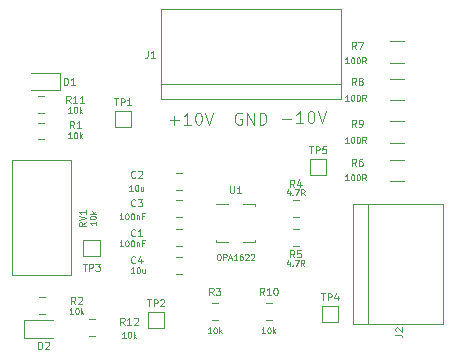
<source format=gbr>
G04 #@! TF.GenerationSoftware,KiCad,Pcbnew,(5.1.5)-2*
G04 #@! TF.CreationDate,2020-02-05T11:48:52+00:00*
G04 #@! TF.ProjectId,OPA1622_eval,4f504131-3632-4325-9f65-76616c2e6b69,rev?*
G04 #@! TF.SameCoordinates,Original*
G04 #@! TF.FileFunction,Legend,Top*
G04 #@! TF.FilePolarity,Positive*
%FSLAX46Y46*%
G04 Gerber Fmt 4.6, Leading zero omitted, Abs format (unit mm)*
G04 Created by KiCad (PCBNEW (5.1.5)-2) date 2020-02-05 11:48:52*
%MOMM*%
%LPD*%
G04 APERTURE LIST*
%ADD10C,0.100000*%
%ADD11C,0.120000*%
G04 APERTURE END LIST*
D10*
X147463095Y-132151428D02*
X148225000Y-132151428D01*
X149225000Y-132532380D02*
X148653571Y-132532380D01*
X148939285Y-132532380D02*
X148939285Y-131532380D01*
X148844047Y-131675238D01*
X148748809Y-131770476D01*
X148653571Y-131818095D01*
X149844047Y-131532380D02*
X149939285Y-131532380D01*
X150034523Y-131580000D01*
X150082142Y-131627619D01*
X150129761Y-131722857D01*
X150177380Y-131913333D01*
X150177380Y-132151428D01*
X150129761Y-132341904D01*
X150082142Y-132437142D01*
X150034523Y-132484761D01*
X149939285Y-132532380D01*
X149844047Y-132532380D01*
X149748809Y-132484761D01*
X149701190Y-132437142D01*
X149653571Y-132341904D01*
X149605952Y-132151428D01*
X149605952Y-131913333D01*
X149653571Y-131722857D01*
X149701190Y-131627619D01*
X149748809Y-131580000D01*
X149844047Y-131532380D01*
X150463095Y-131532380D02*
X150796428Y-132532380D01*
X151129761Y-131532380D01*
X144018095Y-131707000D02*
X143922857Y-131659380D01*
X143780000Y-131659380D01*
X143637142Y-131707000D01*
X143541904Y-131802238D01*
X143494285Y-131897476D01*
X143446666Y-132087952D01*
X143446666Y-132230809D01*
X143494285Y-132421285D01*
X143541904Y-132516523D01*
X143637142Y-132611761D01*
X143780000Y-132659380D01*
X143875238Y-132659380D01*
X144018095Y-132611761D01*
X144065714Y-132564142D01*
X144065714Y-132230809D01*
X143875238Y-132230809D01*
X144494285Y-132659380D02*
X144494285Y-131659380D01*
X145065714Y-132659380D01*
X145065714Y-131659380D01*
X145541904Y-132659380D02*
X145541904Y-131659380D01*
X145780000Y-131659380D01*
X145922857Y-131707000D01*
X146018095Y-131802238D01*
X146065714Y-131897476D01*
X146113333Y-132087952D01*
X146113333Y-132230809D01*
X146065714Y-132421285D01*
X146018095Y-132516523D01*
X145922857Y-132611761D01*
X145780000Y-132659380D01*
X145541904Y-132659380D01*
X137938095Y-132278428D02*
X138700000Y-132278428D01*
X138319047Y-132659380D02*
X138319047Y-131897476D01*
X139700000Y-132659380D02*
X139128571Y-132659380D01*
X139414285Y-132659380D02*
X139414285Y-131659380D01*
X139319047Y-131802238D01*
X139223809Y-131897476D01*
X139128571Y-131945095D01*
X140319047Y-131659380D02*
X140414285Y-131659380D01*
X140509523Y-131707000D01*
X140557142Y-131754619D01*
X140604761Y-131849857D01*
X140652380Y-132040333D01*
X140652380Y-132278428D01*
X140604761Y-132468904D01*
X140557142Y-132564142D01*
X140509523Y-132611761D01*
X140414285Y-132659380D01*
X140319047Y-132659380D01*
X140223809Y-132611761D01*
X140176190Y-132564142D01*
X140128571Y-132468904D01*
X140080952Y-132278428D01*
X140080952Y-132040333D01*
X140128571Y-131849857D01*
X140176190Y-131754619D01*
X140223809Y-131707000D01*
X140319047Y-131659380D01*
X140938095Y-131659380D02*
X141271428Y-132659380D01*
X141604761Y-131659380D01*
D11*
X149795000Y-136971000D02*
X149795000Y-135571000D01*
X151195000Y-136971000D02*
X149795000Y-136971000D01*
X151195000Y-135571000D02*
X151195000Y-136971000D01*
X149795000Y-135571000D02*
X151195000Y-135571000D01*
X150811000Y-149417000D02*
X150811000Y-148017000D01*
X152211000Y-149417000D02*
X150811000Y-149417000D01*
X152211000Y-148017000D02*
X152211000Y-149417000D01*
X150811000Y-148017000D02*
X152211000Y-148017000D01*
X130618000Y-143829000D02*
X130618000Y-142429000D01*
X132018000Y-143829000D02*
X130618000Y-143829000D01*
X132018000Y-142429000D02*
X132018000Y-143829000D01*
X130618000Y-142429000D02*
X132018000Y-142429000D01*
X136079000Y-149925000D02*
X136079000Y-148525000D01*
X137479000Y-149925000D02*
X136079000Y-149925000D01*
X137479000Y-148525000D02*
X137479000Y-149925000D01*
X136079000Y-148525000D02*
X137479000Y-148525000D01*
X133285000Y-132907000D02*
X133285000Y-131507000D01*
X134685000Y-132907000D02*
X133285000Y-132907000D01*
X134685000Y-131507000D02*
X134685000Y-132907000D01*
X133285000Y-131507000D02*
X134685000Y-131507000D01*
X131579252Y-149150000D02*
X131056748Y-149150000D01*
X131579252Y-150570000D02*
X131056748Y-150570000D01*
X127261252Y-130227000D02*
X126738748Y-130227000D01*
X127261252Y-131647000D02*
X126738748Y-131647000D01*
X146042748Y-149173000D02*
X146565252Y-149173000D01*
X146042748Y-147753000D02*
X146565252Y-147753000D01*
X141479748Y-149173000D02*
X142002252Y-149173000D01*
X141479748Y-147753000D02*
X142002252Y-147753000D01*
X125594000Y-150722000D02*
X128054000Y-150722000D01*
X125594000Y-149252000D02*
X125594000Y-150722000D01*
X128054000Y-149252000D02*
X125594000Y-149252000D01*
X128660000Y-128297000D02*
X126200000Y-128297000D01*
X128660000Y-129767000D02*
X128660000Y-128297000D01*
X126200000Y-129767000D02*
X128660000Y-129767000D01*
X144150000Y-142625000D02*
X145125000Y-142625000D01*
X141875000Y-139375000D02*
X142850000Y-139375000D01*
X144150000Y-139375000D02*
X145125000Y-139375000D01*
X141875000Y-142625000D02*
X142850000Y-142625000D01*
X145125000Y-139600000D02*
X145125000Y-139375000D01*
X145125000Y-142400000D02*
X145125000Y-142625000D01*
X141875000Y-142625000D02*
X141875000Y-142400000D01*
X124540000Y-145425000D02*
X124540000Y-135655000D01*
X129610000Y-145425000D02*
X129610000Y-135655000D01*
X124540000Y-145425000D02*
X129610000Y-145425000D01*
X124540000Y-135655000D02*
X129610000Y-135655000D01*
X156597936Y-132370000D02*
X157802064Y-132370000D01*
X156597936Y-134190000D02*
X157802064Y-134190000D01*
X156597936Y-128790000D02*
X157802064Y-128790000D01*
X156597936Y-130610000D02*
X157802064Y-130610000D01*
X156597936Y-125590000D02*
X157802064Y-125590000D01*
X156597936Y-127410000D02*
X157802064Y-127410000D01*
X156597936Y-135660000D02*
X157802064Y-135660000D01*
X156597936Y-137480000D02*
X157802064Y-137480000D01*
X148861252Y-142910000D02*
X148338748Y-142910000D01*
X148861252Y-141490000D02*
X148338748Y-141490000D01*
X148861252Y-140510000D02*
X148338748Y-140510000D01*
X148861252Y-139090000D02*
X148338748Y-139090000D01*
X126838748Y-147290000D02*
X127361252Y-147290000D01*
X126838748Y-148710000D02*
X127361252Y-148710000D01*
X127261252Y-133910000D02*
X126738748Y-133910000D01*
X127261252Y-132490000D02*
X126738748Y-132490000D01*
X154760000Y-149520000D02*
X154760000Y-139360000D01*
X153490000Y-149520000D02*
X161110000Y-149520000D01*
X161110000Y-149520000D02*
X161110000Y-139360000D01*
X161110000Y-139360000D02*
X153490000Y-139360000D01*
X153490000Y-139360000D02*
X153490000Y-149520000D01*
X137160000Y-130510000D02*
X137160000Y-122890000D01*
X152400000Y-130510000D02*
X152400000Y-122890000D01*
X137160000Y-129240000D02*
X152400000Y-129240000D01*
X137160000Y-122890000D02*
X152400000Y-122890000D01*
X137160000Y-130510000D02*
X152400000Y-130510000D01*
X138438748Y-143890000D02*
X138961252Y-143890000D01*
X138438748Y-145310000D02*
X138961252Y-145310000D01*
X138438748Y-141490000D02*
X138961252Y-141490000D01*
X138438748Y-142910000D02*
X138961252Y-142910000D01*
X138961252Y-138210000D02*
X138438748Y-138210000D01*
X138961252Y-136790000D02*
X138438748Y-136790000D01*
X138961252Y-140510000D02*
X138438748Y-140510000D01*
X138961252Y-139090000D02*
X138438748Y-139090000D01*
D10*
X149737857Y-134494428D02*
X150080714Y-134494428D01*
X149909285Y-135094428D02*
X149909285Y-134494428D01*
X150280714Y-135094428D02*
X150280714Y-134494428D01*
X150509285Y-134494428D01*
X150566428Y-134523000D01*
X150595000Y-134551571D01*
X150623571Y-134608714D01*
X150623571Y-134694428D01*
X150595000Y-134751571D01*
X150566428Y-134780142D01*
X150509285Y-134808714D01*
X150280714Y-134808714D01*
X151166428Y-134494428D02*
X150880714Y-134494428D01*
X150852142Y-134780142D01*
X150880714Y-134751571D01*
X150937857Y-134723000D01*
X151080714Y-134723000D01*
X151137857Y-134751571D01*
X151166428Y-134780142D01*
X151195000Y-134837285D01*
X151195000Y-134980142D01*
X151166428Y-135037285D01*
X151137857Y-135065857D01*
X151080714Y-135094428D01*
X150937857Y-135094428D01*
X150880714Y-135065857D01*
X150852142Y-135037285D01*
X150753857Y-146940428D02*
X151096714Y-146940428D01*
X150925285Y-147540428D02*
X150925285Y-146940428D01*
X151296714Y-147540428D02*
X151296714Y-146940428D01*
X151525285Y-146940428D01*
X151582428Y-146969000D01*
X151611000Y-146997571D01*
X151639571Y-147054714D01*
X151639571Y-147140428D01*
X151611000Y-147197571D01*
X151582428Y-147226142D01*
X151525285Y-147254714D01*
X151296714Y-147254714D01*
X152153857Y-147140428D02*
X152153857Y-147540428D01*
X152011000Y-146911857D02*
X151868142Y-147340428D01*
X152239571Y-147340428D01*
X130560857Y-144451428D02*
X130903714Y-144451428D01*
X130732285Y-145051428D02*
X130732285Y-144451428D01*
X131103714Y-145051428D02*
X131103714Y-144451428D01*
X131332285Y-144451428D01*
X131389428Y-144480000D01*
X131418000Y-144508571D01*
X131446571Y-144565714D01*
X131446571Y-144651428D01*
X131418000Y-144708571D01*
X131389428Y-144737142D01*
X131332285Y-144765714D01*
X131103714Y-144765714D01*
X131646571Y-144451428D02*
X132018000Y-144451428D01*
X131818000Y-144680000D01*
X131903714Y-144680000D01*
X131960857Y-144708571D01*
X131989428Y-144737142D01*
X132018000Y-144794285D01*
X132018000Y-144937142D01*
X131989428Y-144994285D01*
X131960857Y-145022857D01*
X131903714Y-145051428D01*
X131732285Y-145051428D01*
X131675142Y-145022857D01*
X131646571Y-144994285D01*
X136021857Y-147448428D02*
X136364714Y-147448428D01*
X136193285Y-148048428D02*
X136193285Y-147448428D01*
X136564714Y-148048428D02*
X136564714Y-147448428D01*
X136793285Y-147448428D01*
X136850428Y-147477000D01*
X136879000Y-147505571D01*
X136907571Y-147562714D01*
X136907571Y-147648428D01*
X136879000Y-147705571D01*
X136850428Y-147734142D01*
X136793285Y-147762714D01*
X136564714Y-147762714D01*
X137136142Y-147505571D02*
X137164714Y-147477000D01*
X137221857Y-147448428D01*
X137364714Y-147448428D01*
X137421857Y-147477000D01*
X137450428Y-147505571D01*
X137479000Y-147562714D01*
X137479000Y-147619857D01*
X137450428Y-147705571D01*
X137107571Y-148048428D01*
X137479000Y-148048428D01*
X133227857Y-130430428D02*
X133570714Y-130430428D01*
X133399285Y-131030428D02*
X133399285Y-130430428D01*
X133770714Y-131030428D02*
X133770714Y-130430428D01*
X133999285Y-130430428D01*
X134056428Y-130459000D01*
X134085000Y-130487571D01*
X134113571Y-130544714D01*
X134113571Y-130630428D01*
X134085000Y-130687571D01*
X134056428Y-130716142D01*
X133999285Y-130744714D01*
X133770714Y-130744714D01*
X134685000Y-131030428D02*
X134342142Y-131030428D01*
X134513571Y-131030428D02*
X134513571Y-130430428D01*
X134456428Y-130516142D01*
X134399285Y-130573285D01*
X134342142Y-130601857D01*
X134107285Y-149623428D02*
X133907285Y-149337714D01*
X133764428Y-149623428D02*
X133764428Y-149023428D01*
X133993000Y-149023428D01*
X134050142Y-149052000D01*
X134078714Y-149080571D01*
X134107285Y-149137714D01*
X134107285Y-149223428D01*
X134078714Y-149280571D01*
X134050142Y-149309142D01*
X133993000Y-149337714D01*
X133764428Y-149337714D01*
X134678714Y-149623428D02*
X134335857Y-149623428D01*
X134507285Y-149623428D02*
X134507285Y-149023428D01*
X134450142Y-149109142D01*
X134393000Y-149166285D01*
X134335857Y-149194857D01*
X134907285Y-149080571D02*
X134935857Y-149052000D01*
X134993000Y-149023428D01*
X135135857Y-149023428D01*
X135193000Y-149052000D01*
X135221571Y-149080571D01*
X135250142Y-149137714D01*
X135250142Y-149194857D01*
X135221571Y-149280571D01*
X134878714Y-149623428D01*
X135250142Y-149623428D01*
X134195380Y-150721190D02*
X133909666Y-150721190D01*
X134052523Y-150721190D02*
X134052523Y-150221190D01*
X134004904Y-150292619D01*
X133957285Y-150340238D01*
X133909666Y-150364047D01*
X134504904Y-150221190D02*
X134552523Y-150221190D01*
X134600142Y-150245000D01*
X134623952Y-150268809D01*
X134647761Y-150316428D01*
X134671571Y-150411666D01*
X134671571Y-150530714D01*
X134647761Y-150625952D01*
X134623952Y-150673571D01*
X134600142Y-150697380D01*
X134552523Y-150721190D01*
X134504904Y-150721190D01*
X134457285Y-150697380D01*
X134433476Y-150673571D01*
X134409666Y-150625952D01*
X134385857Y-150530714D01*
X134385857Y-150411666D01*
X134409666Y-150316428D01*
X134433476Y-150268809D01*
X134457285Y-150245000D01*
X134504904Y-150221190D01*
X134885857Y-150721190D02*
X134885857Y-150221190D01*
X134933476Y-150530714D02*
X135076333Y-150721190D01*
X135076333Y-150387857D02*
X134885857Y-150578333D01*
X129535285Y-130827428D02*
X129335285Y-130541714D01*
X129192428Y-130827428D02*
X129192428Y-130227428D01*
X129421000Y-130227428D01*
X129478142Y-130256000D01*
X129506714Y-130284571D01*
X129535285Y-130341714D01*
X129535285Y-130427428D01*
X129506714Y-130484571D01*
X129478142Y-130513142D01*
X129421000Y-130541714D01*
X129192428Y-130541714D01*
X130106714Y-130827428D02*
X129763857Y-130827428D01*
X129935285Y-130827428D02*
X129935285Y-130227428D01*
X129878142Y-130313142D01*
X129821000Y-130370285D01*
X129763857Y-130398857D01*
X130678142Y-130827428D02*
X130335285Y-130827428D01*
X130506714Y-130827428D02*
X130506714Y-130227428D01*
X130449571Y-130313142D01*
X130392428Y-130370285D01*
X130335285Y-130398857D01*
X129623380Y-131671190D02*
X129337666Y-131671190D01*
X129480523Y-131671190D02*
X129480523Y-131171190D01*
X129432904Y-131242619D01*
X129385285Y-131290238D01*
X129337666Y-131314047D01*
X129932904Y-131171190D02*
X129980523Y-131171190D01*
X130028142Y-131195000D01*
X130051952Y-131218809D01*
X130075761Y-131266428D01*
X130099571Y-131361666D01*
X130099571Y-131480714D01*
X130075761Y-131575952D01*
X130051952Y-131623571D01*
X130028142Y-131647380D01*
X129980523Y-131671190D01*
X129932904Y-131671190D01*
X129885285Y-131647380D01*
X129861476Y-131623571D01*
X129837666Y-131575952D01*
X129813857Y-131480714D01*
X129813857Y-131361666D01*
X129837666Y-131266428D01*
X129861476Y-131218809D01*
X129885285Y-131195000D01*
X129932904Y-131171190D01*
X130313857Y-131671190D02*
X130313857Y-131171190D01*
X130361476Y-131480714D02*
X130504333Y-131671190D01*
X130504333Y-131337857D02*
X130313857Y-131528333D01*
X145918285Y-147084428D02*
X145718285Y-146798714D01*
X145575428Y-147084428D02*
X145575428Y-146484428D01*
X145804000Y-146484428D01*
X145861142Y-146513000D01*
X145889714Y-146541571D01*
X145918285Y-146598714D01*
X145918285Y-146684428D01*
X145889714Y-146741571D01*
X145861142Y-146770142D01*
X145804000Y-146798714D01*
X145575428Y-146798714D01*
X146489714Y-147084428D02*
X146146857Y-147084428D01*
X146318285Y-147084428D02*
X146318285Y-146484428D01*
X146261142Y-146570142D01*
X146204000Y-146627285D01*
X146146857Y-146655857D01*
X146861142Y-146484428D02*
X146918285Y-146484428D01*
X146975428Y-146513000D01*
X147004000Y-146541571D01*
X147032571Y-146598714D01*
X147061142Y-146713000D01*
X147061142Y-146855857D01*
X147032571Y-146970142D01*
X147004000Y-147027285D01*
X146975428Y-147055857D01*
X146918285Y-147084428D01*
X146861142Y-147084428D01*
X146804000Y-147055857D01*
X146775428Y-147027285D01*
X146746857Y-146970142D01*
X146718285Y-146855857D01*
X146718285Y-146713000D01*
X146746857Y-146598714D01*
X146775428Y-146541571D01*
X146804000Y-146513000D01*
X146861142Y-146484428D01*
X146006380Y-150339190D02*
X145720666Y-150339190D01*
X145863523Y-150339190D02*
X145863523Y-149839190D01*
X145815904Y-149910619D01*
X145768285Y-149958238D01*
X145720666Y-149982047D01*
X146315904Y-149839190D02*
X146363523Y-149839190D01*
X146411142Y-149863000D01*
X146434952Y-149886809D01*
X146458761Y-149934428D01*
X146482571Y-150029666D01*
X146482571Y-150148714D01*
X146458761Y-150243952D01*
X146434952Y-150291571D01*
X146411142Y-150315380D01*
X146363523Y-150339190D01*
X146315904Y-150339190D01*
X146268285Y-150315380D01*
X146244476Y-150291571D01*
X146220666Y-150243952D01*
X146196857Y-150148714D01*
X146196857Y-150029666D01*
X146220666Y-149934428D01*
X146244476Y-149886809D01*
X146268285Y-149863000D01*
X146315904Y-149839190D01*
X146696857Y-150339190D02*
X146696857Y-149839190D01*
X146744476Y-150148714D02*
X146887333Y-150339190D01*
X146887333Y-150005857D02*
X146696857Y-150196333D01*
X141641000Y-147084428D02*
X141441000Y-146798714D01*
X141298142Y-147084428D02*
X141298142Y-146484428D01*
X141526714Y-146484428D01*
X141583857Y-146513000D01*
X141612428Y-146541571D01*
X141641000Y-146598714D01*
X141641000Y-146684428D01*
X141612428Y-146741571D01*
X141583857Y-146770142D01*
X141526714Y-146798714D01*
X141298142Y-146798714D01*
X141841000Y-146484428D02*
X142212428Y-146484428D01*
X142012428Y-146713000D01*
X142098142Y-146713000D01*
X142155285Y-146741571D01*
X142183857Y-146770142D01*
X142212428Y-146827285D01*
X142212428Y-146970142D01*
X142183857Y-147027285D01*
X142155285Y-147055857D01*
X142098142Y-147084428D01*
X141926714Y-147084428D01*
X141869571Y-147055857D01*
X141841000Y-147027285D01*
X141443380Y-150339190D02*
X141157666Y-150339190D01*
X141300523Y-150339190D02*
X141300523Y-149839190D01*
X141252904Y-149910619D01*
X141205285Y-149958238D01*
X141157666Y-149982047D01*
X141752904Y-149839190D02*
X141800523Y-149839190D01*
X141848142Y-149863000D01*
X141871952Y-149886809D01*
X141895761Y-149934428D01*
X141919571Y-150029666D01*
X141919571Y-150148714D01*
X141895761Y-150243952D01*
X141871952Y-150291571D01*
X141848142Y-150315380D01*
X141800523Y-150339190D01*
X141752904Y-150339190D01*
X141705285Y-150315380D01*
X141681476Y-150291571D01*
X141657666Y-150243952D01*
X141633857Y-150148714D01*
X141633857Y-150029666D01*
X141657666Y-149934428D01*
X141681476Y-149886809D01*
X141705285Y-149863000D01*
X141752904Y-149839190D01*
X142133857Y-150339190D02*
X142133857Y-149839190D01*
X142181476Y-150148714D02*
X142324333Y-150339190D01*
X142324333Y-150005857D02*
X142133857Y-150196333D01*
X126811142Y-151655428D02*
X126811142Y-151055428D01*
X126954000Y-151055428D01*
X127039714Y-151084000D01*
X127096857Y-151141142D01*
X127125428Y-151198285D01*
X127154000Y-151312571D01*
X127154000Y-151398285D01*
X127125428Y-151512571D01*
X127096857Y-151569714D01*
X127039714Y-151626857D01*
X126954000Y-151655428D01*
X126811142Y-151655428D01*
X127382571Y-151112571D02*
X127411142Y-151084000D01*
X127468285Y-151055428D01*
X127611142Y-151055428D01*
X127668285Y-151084000D01*
X127696857Y-151112571D01*
X127725428Y-151169714D01*
X127725428Y-151226857D01*
X127696857Y-151312571D01*
X127354000Y-151655428D01*
X127725428Y-151655428D01*
X128970142Y-129303428D02*
X128970142Y-128703428D01*
X129113000Y-128703428D01*
X129198714Y-128732000D01*
X129255857Y-128789142D01*
X129284428Y-128846285D01*
X129313000Y-128960571D01*
X129313000Y-129046285D01*
X129284428Y-129160571D01*
X129255857Y-129217714D01*
X129198714Y-129274857D01*
X129113000Y-129303428D01*
X128970142Y-129303428D01*
X129884428Y-129303428D02*
X129541571Y-129303428D01*
X129713000Y-129303428D02*
X129713000Y-128703428D01*
X129655857Y-128789142D01*
X129598714Y-128846285D01*
X129541571Y-128874857D01*
X143042857Y-137871428D02*
X143042857Y-138357142D01*
X143071428Y-138414285D01*
X143100000Y-138442857D01*
X143157142Y-138471428D01*
X143271428Y-138471428D01*
X143328571Y-138442857D01*
X143357142Y-138414285D01*
X143385714Y-138357142D01*
X143385714Y-137871428D01*
X143985714Y-138471428D02*
X143642857Y-138471428D01*
X143814285Y-138471428D02*
X143814285Y-137871428D01*
X143757142Y-137957142D01*
X143700000Y-138014285D01*
X143642857Y-138042857D01*
X142035714Y-143626190D02*
X142130952Y-143626190D01*
X142178571Y-143650000D01*
X142226190Y-143697619D01*
X142250000Y-143792857D01*
X142250000Y-143959523D01*
X142226190Y-144054761D01*
X142178571Y-144102380D01*
X142130952Y-144126190D01*
X142035714Y-144126190D01*
X141988095Y-144102380D01*
X141940476Y-144054761D01*
X141916666Y-143959523D01*
X141916666Y-143792857D01*
X141940476Y-143697619D01*
X141988095Y-143650000D01*
X142035714Y-143626190D01*
X142464285Y-144126190D02*
X142464285Y-143626190D01*
X142654761Y-143626190D01*
X142702380Y-143650000D01*
X142726190Y-143673809D01*
X142750000Y-143721428D01*
X142750000Y-143792857D01*
X142726190Y-143840476D01*
X142702380Y-143864285D01*
X142654761Y-143888095D01*
X142464285Y-143888095D01*
X142940476Y-143983333D02*
X143178571Y-143983333D01*
X142892857Y-144126190D02*
X143059523Y-143626190D01*
X143226190Y-144126190D01*
X143654761Y-144126190D02*
X143369047Y-144126190D01*
X143511904Y-144126190D02*
X143511904Y-143626190D01*
X143464285Y-143697619D01*
X143416666Y-143745238D01*
X143369047Y-143769047D01*
X144083333Y-143626190D02*
X143988095Y-143626190D01*
X143940476Y-143650000D01*
X143916666Y-143673809D01*
X143869047Y-143745238D01*
X143845238Y-143840476D01*
X143845238Y-144030952D01*
X143869047Y-144078571D01*
X143892857Y-144102380D01*
X143940476Y-144126190D01*
X144035714Y-144126190D01*
X144083333Y-144102380D01*
X144107142Y-144078571D01*
X144130952Y-144030952D01*
X144130952Y-143911904D01*
X144107142Y-143864285D01*
X144083333Y-143840476D01*
X144035714Y-143816666D01*
X143940476Y-143816666D01*
X143892857Y-143840476D01*
X143869047Y-143864285D01*
X143845238Y-143911904D01*
X144321428Y-143673809D02*
X144345238Y-143650000D01*
X144392857Y-143626190D01*
X144511904Y-143626190D01*
X144559523Y-143650000D01*
X144583333Y-143673809D01*
X144607142Y-143721428D01*
X144607142Y-143769047D01*
X144583333Y-143840476D01*
X144297619Y-144126190D01*
X144607142Y-144126190D01*
X144797619Y-143673809D02*
X144821428Y-143650000D01*
X144869047Y-143626190D01*
X144988095Y-143626190D01*
X145035714Y-143650000D01*
X145059523Y-143673809D01*
X145083333Y-143721428D01*
X145083333Y-143769047D01*
X145059523Y-143840476D01*
X144773809Y-144126190D01*
X145083333Y-144126190D01*
X130827428Y-140946142D02*
X130541714Y-141146142D01*
X130827428Y-141289000D02*
X130227428Y-141289000D01*
X130227428Y-141060428D01*
X130256000Y-141003285D01*
X130284571Y-140974714D01*
X130341714Y-140946142D01*
X130427428Y-140946142D01*
X130484571Y-140974714D01*
X130513142Y-141003285D01*
X130541714Y-141060428D01*
X130541714Y-141289000D01*
X130227428Y-140774714D02*
X130827428Y-140574714D01*
X130227428Y-140374714D01*
X130827428Y-139860428D02*
X130827428Y-140203285D01*
X130827428Y-140031857D02*
X130227428Y-140031857D01*
X130313142Y-140089000D01*
X130370285Y-140146142D01*
X130398857Y-140203285D01*
X131671190Y-140886619D02*
X131671190Y-141172333D01*
X131671190Y-141029476D02*
X131171190Y-141029476D01*
X131242619Y-141077095D01*
X131290238Y-141124714D01*
X131314047Y-141172333D01*
X131171190Y-140577095D02*
X131171190Y-140529476D01*
X131195000Y-140481857D01*
X131218809Y-140458047D01*
X131266428Y-140434238D01*
X131361666Y-140410428D01*
X131480714Y-140410428D01*
X131575952Y-140434238D01*
X131623571Y-140458047D01*
X131647380Y-140481857D01*
X131671190Y-140529476D01*
X131671190Y-140577095D01*
X131647380Y-140624714D01*
X131623571Y-140648523D01*
X131575952Y-140672333D01*
X131480714Y-140696142D01*
X131361666Y-140696142D01*
X131266428Y-140672333D01*
X131218809Y-140648523D01*
X131195000Y-140624714D01*
X131171190Y-140577095D01*
X131671190Y-140196142D02*
X131171190Y-140196142D01*
X131480714Y-140148523D02*
X131671190Y-140005666D01*
X131337857Y-140005666D02*
X131528333Y-140196142D01*
X153697000Y-132859428D02*
X153497000Y-132573714D01*
X153354142Y-132859428D02*
X153354142Y-132259428D01*
X153582714Y-132259428D01*
X153639857Y-132288000D01*
X153668428Y-132316571D01*
X153697000Y-132373714D01*
X153697000Y-132459428D01*
X153668428Y-132516571D01*
X153639857Y-132545142D01*
X153582714Y-132573714D01*
X153354142Y-132573714D01*
X153982714Y-132859428D02*
X154097000Y-132859428D01*
X154154142Y-132830857D01*
X154182714Y-132802285D01*
X154239857Y-132716571D01*
X154268428Y-132602285D01*
X154268428Y-132373714D01*
X154239857Y-132316571D01*
X154211285Y-132288000D01*
X154154142Y-132259428D01*
X154039857Y-132259428D01*
X153982714Y-132288000D01*
X153954142Y-132316571D01*
X153925571Y-132373714D01*
X153925571Y-132516571D01*
X153954142Y-132573714D01*
X153982714Y-132602285D01*
X154039857Y-132630857D01*
X154154142Y-132630857D01*
X154211285Y-132602285D01*
X154239857Y-132573714D01*
X154268428Y-132516571D01*
X153086666Y-134211190D02*
X152800952Y-134211190D01*
X152943809Y-134211190D02*
X152943809Y-133711190D01*
X152896190Y-133782619D01*
X152848571Y-133830238D01*
X152800952Y-133854047D01*
X153396190Y-133711190D02*
X153443809Y-133711190D01*
X153491428Y-133735000D01*
X153515238Y-133758809D01*
X153539047Y-133806428D01*
X153562857Y-133901666D01*
X153562857Y-134020714D01*
X153539047Y-134115952D01*
X153515238Y-134163571D01*
X153491428Y-134187380D01*
X153443809Y-134211190D01*
X153396190Y-134211190D01*
X153348571Y-134187380D01*
X153324761Y-134163571D01*
X153300952Y-134115952D01*
X153277142Y-134020714D01*
X153277142Y-133901666D01*
X153300952Y-133806428D01*
X153324761Y-133758809D01*
X153348571Y-133735000D01*
X153396190Y-133711190D01*
X153872380Y-133711190D02*
X153920000Y-133711190D01*
X153967619Y-133735000D01*
X153991428Y-133758809D01*
X154015238Y-133806428D01*
X154039047Y-133901666D01*
X154039047Y-134020714D01*
X154015238Y-134115952D01*
X153991428Y-134163571D01*
X153967619Y-134187380D01*
X153920000Y-134211190D01*
X153872380Y-134211190D01*
X153824761Y-134187380D01*
X153800952Y-134163571D01*
X153777142Y-134115952D01*
X153753333Y-134020714D01*
X153753333Y-133901666D01*
X153777142Y-133806428D01*
X153800952Y-133758809D01*
X153824761Y-133735000D01*
X153872380Y-133711190D01*
X154539047Y-134211190D02*
X154372380Y-133973095D01*
X154253333Y-134211190D02*
X154253333Y-133711190D01*
X154443809Y-133711190D01*
X154491428Y-133735000D01*
X154515238Y-133758809D01*
X154539047Y-133806428D01*
X154539047Y-133877857D01*
X154515238Y-133925476D01*
X154491428Y-133949285D01*
X154443809Y-133973095D01*
X154253333Y-133973095D01*
X153697000Y-129303428D02*
X153497000Y-129017714D01*
X153354142Y-129303428D02*
X153354142Y-128703428D01*
X153582714Y-128703428D01*
X153639857Y-128732000D01*
X153668428Y-128760571D01*
X153697000Y-128817714D01*
X153697000Y-128903428D01*
X153668428Y-128960571D01*
X153639857Y-128989142D01*
X153582714Y-129017714D01*
X153354142Y-129017714D01*
X154039857Y-128960571D02*
X153982714Y-128932000D01*
X153954142Y-128903428D01*
X153925571Y-128846285D01*
X153925571Y-128817714D01*
X153954142Y-128760571D01*
X153982714Y-128732000D01*
X154039857Y-128703428D01*
X154154142Y-128703428D01*
X154211285Y-128732000D01*
X154239857Y-128760571D01*
X154268428Y-128817714D01*
X154268428Y-128846285D01*
X154239857Y-128903428D01*
X154211285Y-128932000D01*
X154154142Y-128960571D01*
X154039857Y-128960571D01*
X153982714Y-128989142D01*
X153954142Y-129017714D01*
X153925571Y-129074857D01*
X153925571Y-129189142D01*
X153954142Y-129246285D01*
X153982714Y-129274857D01*
X154039857Y-129303428D01*
X154154142Y-129303428D01*
X154211285Y-129274857D01*
X154239857Y-129246285D01*
X154268428Y-129189142D01*
X154268428Y-129074857D01*
X154239857Y-129017714D01*
X154211285Y-128989142D01*
X154154142Y-128960571D01*
X153086666Y-130655190D02*
X152800952Y-130655190D01*
X152943809Y-130655190D02*
X152943809Y-130155190D01*
X152896190Y-130226619D01*
X152848571Y-130274238D01*
X152800952Y-130298047D01*
X153396190Y-130155190D02*
X153443809Y-130155190D01*
X153491428Y-130179000D01*
X153515238Y-130202809D01*
X153539047Y-130250428D01*
X153562857Y-130345666D01*
X153562857Y-130464714D01*
X153539047Y-130559952D01*
X153515238Y-130607571D01*
X153491428Y-130631380D01*
X153443809Y-130655190D01*
X153396190Y-130655190D01*
X153348571Y-130631380D01*
X153324761Y-130607571D01*
X153300952Y-130559952D01*
X153277142Y-130464714D01*
X153277142Y-130345666D01*
X153300952Y-130250428D01*
X153324761Y-130202809D01*
X153348571Y-130179000D01*
X153396190Y-130155190D01*
X153872380Y-130155190D02*
X153920000Y-130155190D01*
X153967619Y-130179000D01*
X153991428Y-130202809D01*
X154015238Y-130250428D01*
X154039047Y-130345666D01*
X154039047Y-130464714D01*
X154015238Y-130559952D01*
X153991428Y-130607571D01*
X153967619Y-130631380D01*
X153920000Y-130655190D01*
X153872380Y-130655190D01*
X153824761Y-130631380D01*
X153800952Y-130607571D01*
X153777142Y-130559952D01*
X153753333Y-130464714D01*
X153753333Y-130345666D01*
X153777142Y-130250428D01*
X153800952Y-130202809D01*
X153824761Y-130179000D01*
X153872380Y-130155190D01*
X154539047Y-130655190D02*
X154372380Y-130417095D01*
X154253333Y-130655190D02*
X154253333Y-130155190D01*
X154443809Y-130155190D01*
X154491428Y-130179000D01*
X154515238Y-130202809D01*
X154539047Y-130250428D01*
X154539047Y-130321857D01*
X154515238Y-130369476D01*
X154491428Y-130393285D01*
X154443809Y-130417095D01*
X154253333Y-130417095D01*
X153697000Y-126255428D02*
X153497000Y-125969714D01*
X153354142Y-126255428D02*
X153354142Y-125655428D01*
X153582714Y-125655428D01*
X153639857Y-125684000D01*
X153668428Y-125712571D01*
X153697000Y-125769714D01*
X153697000Y-125855428D01*
X153668428Y-125912571D01*
X153639857Y-125941142D01*
X153582714Y-125969714D01*
X153354142Y-125969714D01*
X153897000Y-125655428D02*
X154297000Y-125655428D01*
X154039857Y-126255428D01*
X153086666Y-127480190D02*
X152800952Y-127480190D01*
X152943809Y-127480190D02*
X152943809Y-126980190D01*
X152896190Y-127051619D01*
X152848571Y-127099238D01*
X152800952Y-127123047D01*
X153396190Y-126980190D02*
X153443809Y-126980190D01*
X153491428Y-127004000D01*
X153515238Y-127027809D01*
X153539047Y-127075428D01*
X153562857Y-127170666D01*
X153562857Y-127289714D01*
X153539047Y-127384952D01*
X153515238Y-127432571D01*
X153491428Y-127456380D01*
X153443809Y-127480190D01*
X153396190Y-127480190D01*
X153348571Y-127456380D01*
X153324761Y-127432571D01*
X153300952Y-127384952D01*
X153277142Y-127289714D01*
X153277142Y-127170666D01*
X153300952Y-127075428D01*
X153324761Y-127027809D01*
X153348571Y-127004000D01*
X153396190Y-126980190D01*
X153872380Y-126980190D02*
X153920000Y-126980190D01*
X153967619Y-127004000D01*
X153991428Y-127027809D01*
X154015238Y-127075428D01*
X154039047Y-127170666D01*
X154039047Y-127289714D01*
X154015238Y-127384952D01*
X153991428Y-127432571D01*
X153967619Y-127456380D01*
X153920000Y-127480190D01*
X153872380Y-127480190D01*
X153824761Y-127456380D01*
X153800952Y-127432571D01*
X153777142Y-127384952D01*
X153753333Y-127289714D01*
X153753333Y-127170666D01*
X153777142Y-127075428D01*
X153800952Y-127027809D01*
X153824761Y-127004000D01*
X153872380Y-126980190D01*
X154539047Y-127480190D02*
X154372380Y-127242095D01*
X154253333Y-127480190D02*
X154253333Y-126980190D01*
X154443809Y-126980190D01*
X154491428Y-127004000D01*
X154515238Y-127027809D01*
X154539047Y-127075428D01*
X154539047Y-127146857D01*
X154515238Y-127194476D01*
X154491428Y-127218285D01*
X154443809Y-127242095D01*
X154253333Y-127242095D01*
X153697000Y-136161428D02*
X153497000Y-135875714D01*
X153354142Y-136161428D02*
X153354142Y-135561428D01*
X153582714Y-135561428D01*
X153639857Y-135590000D01*
X153668428Y-135618571D01*
X153697000Y-135675714D01*
X153697000Y-135761428D01*
X153668428Y-135818571D01*
X153639857Y-135847142D01*
X153582714Y-135875714D01*
X153354142Y-135875714D01*
X154211285Y-135561428D02*
X154097000Y-135561428D01*
X154039857Y-135590000D01*
X154011285Y-135618571D01*
X153954142Y-135704285D01*
X153925571Y-135818571D01*
X153925571Y-136047142D01*
X153954142Y-136104285D01*
X153982714Y-136132857D01*
X154039857Y-136161428D01*
X154154142Y-136161428D01*
X154211285Y-136132857D01*
X154239857Y-136104285D01*
X154268428Y-136047142D01*
X154268428Y-135904285D01*
X154239857Y-135847142D01*
X154211285Y-135818571D01*
X154154142Y-135790000D01*
X154039857Y-135790000D01*
X153982714Y-135818571D01*
X153954142Y-135847142D01*
X153925571Y-135904285D01*
X153086666Y-137386190D02*
X152800952Y-137386190D01*
X152943809Y-137386190D02*
X152943809Y-136886190D01*
X152896190Y-136957619D01*
X152848571Y-137005238D01*
X152800952Y-137029047D01*
X153396190Y-136886190D02*
X153443809Y-136886190D01*
X153491428Y-136910000D01*
X153515238Y-136933809D01*
X153539047Y-136981428D01*
X153562857Y-137076666D01*
X153562857Y-137195714D01*
X153539047Y-137290952D01*
X153515238Y-137338571D01*
X153491428Y-137362380D01*
X153443809Y-137386190D01*
X153396190Y-137386190D01*
X153348571Y-137362380D01*
X153324761Y-137338571D01*
X153300952Y-137290952D01*
X153277142Y-137195714D01*
X153277142Y-137076666D01*
X153300952Y-136981428D01*
X153324761Y-136933809D01*
X153348571Y-136910000D01*
X153396190Y-136886190D01*
X153872380Y-136886190D02*
X153920000Y-136886190D01*
X153967619Y-136910000D01*
X153991428Y-136933809D01*
X154015238Y-136981428D01*
X154039047Y-137076666D01*
X154039047Y-137195714D01*
X154015238Y-137290952D01*
X153991428Y-137338571D01*
X153967619Y-137362380D01*
X153920000Y-137386190D01*
X153872380Y-137386190D01*
X153824761Y-137362380D01*
X153800952Y-137338571D01*
X153777142Y-137290952D01*
X153753333Y-137195714D01*
X153753333Y-137076666D01*
X153777142Y-136981428D01*
X153800952Y-136933809D01*
X153824761Y-136910000D01*
X153872380Y-136886190D01*
X154539047Y-137386190D02*
X154372380Y-137148095D01*
X154253333Y-137386190D02*
X154253333Y-136886190D01*
X154443809Y-136886190D01*
X154491428Y-136910000D01*
X154515238Y-136933809D01*
X154539047Y-136981428D01*
X154539047Y-137052857D01*
X154515238Y-137100476D01*
X154491428Y-137124285D01*
X154443809Y-137148095D01*
X154253333Y-137148095D01*
X148490000Y-143908428D02*
X148290000Y-143622714D01*
X148147142Y-143908428D02*
X148147142Y-143308428D01*
X148375714Y-143308428D01*
X148432857Y-143337000D01*
X148461428Y-143365571D01*
X148490000Y-143422714D01*
X148490000Y-143508428D01*
X148461428Y-143565571D01*
X148432857Y-143594142D01*
X148375714Y-143622714D01*
X148147142Y-143622714D01*
X149032857Y-143308428D02*
X148747142Y-143308428D01*
X148718571Y-143594142D01*
X148747142Y-143565571D01*
X148804285Y-143537000D01*
X148947142Y-143537000D01*
X149004285Y-143565571D01*
X149032857Y-143594142D01*
X149061428Y-143651285D01*
X149061428Y-143794142D01*
X149032857Y-143851285D01*
X149004285Y-143879857D01*
X148947142Y-143908428D01*
X148804285Y-143908428D01*
X148747142Y-143879857D01*
X148718571Y-143851285D01*
X148078095Y-144291857D02*
X148078095Y-144625190D01*
X147959047Y-144101380D02*
X147840000Y-144458523D01*
X148149523Y-144458523D01*
X148340000Y-144577571D02*
X148363809Y-144601380D01*
X148340000Y-144625190D01*
X148316190Y-144601380D01*
X148340000Y-144577571D01*
X148340000Y-144625190D01*
X148530476Y-144125190D02*
X148863809Y-144125190D01*
X148649523Y-144625190D01*
X149340000Y-144625190D02*
X149173333Y-144387095D01*
X149054285Y-144625190D02*
X149054285Y-144125190D01*
X149244761Y-144125190D01*
X149292380Y-144149000D01*
X149316190Y-144172809D01*
X149340000Y-144220428D01*
X149340000Y-144291857D01*
X149316190Y-144339476D01*
X149292380Y-144363285D01*
X149244761Y-144387095D01*
X149054285Y-144387095D01*
X148490000Y-137939428D02*
X148290000Y-137653714D01*
X148147142Y-137939428D02*
X148147142Y-137339428D01*
X148375714Y-137339428D01*
X148432857Y-137368000D01*
X148461428Y-137396571D01*
X148490000Y-137453714D01*
X148490000Y-137539428D01*
X148461428Y-137596571D01*
X148432857Y-137625142D01*
X148375714Y-137653714D01*
X148147142Y-137653714D01*
X149004285Y-137539428D02*
X149004285Y-137939428D01*
X148861428Y-137310857D02*
X148718571Y-137739428D01*
X149090000Y-137739428D01*
X148088095Y-138322857D02*
X148088095Y-138656190D01*
X147969047Y-138132380D02*
X147850000Y-138489523D01*
X148159523Y-138489523D01*
X148350000Y-138608571D02*
X148373809Y-138632380D01*
X148350000Y-138656190D01*
X148326190Y-138632380D01*
X148350000Y-138608571D01*
X148350000Y-138656190D01*
X148540476Y-138156190D02*
X148873809Y-138156190D01*
X148659523Y-138656190D01*
X149350000Y-138656190D02*
X149183333Y-138418095D01*
X149064285Y-138656190D02*
X149064285Y-138156190D01*
X149254761Y-138156190D01*
X149302380Y-138180000D01*
X149326190Y-138203809D01*
X149350000Y-138251428D01*
X149350000Y-138322857D01*
X149326190Y-138370476D01*
X149302380Y-138394285D01*
X149254761Y-138418095D01*
X149064285Y-138418095D01*
X129948000Y-147845428D02*
X129748000Y-147559714D01*
X129605142Y-147845428D02*
X129605142Y-147245428D01*
X129833714Y-147245428D01*
X129890857Y-147274000D01*
X129919428Y-147302571D01*
X129948000Y-147359714D01*
X129948000Y-147445428D01*
X129919428Y-147502571D01*
X129890857Y-147531142D01*
X129833714Y-147559714D01*
X129605142Y-147559714D01*
X130176571Y-147302571D02*
X130205142Y-147274000D01*
X130262285Y-147245428D01*
X130405142Y-147245428D01*
X130462285Y-147274000D01*
X130490857Y-147302571D01*
X130519428Y-147359714D01*
X130519428Y-147416857D01*
X130490857Y-147502571D01*
X130148000Y-147845428D01*
X130519428Y-147845428D01*
X129750380Y-148689190D02*
X129464666Y-148689190D01*
X129607523Y-148689190D02*
X129607523Y-148189190D01*
X129559904Y-148260619D01*
X129512285Y-148308238D01*
X129464666Y-148332047D01*
X130059904Y-148189190D02*
X130107523Y-148189190D01*
X130155142Y-148213000D01*
X130178952Y-148236809D01*
X130202761Y-148284428D01*
X130226571Y-148379666D01*
X130226571Y-148498714D01*
X130202761Y-148593952D01*
X130178952Y-148641571D01*
X130155142Y-148665380D01*
X130107523Y-148689190D01*
X130059904Y-148689190D01*
X130012285Y-148665380D01*
X129988476Y-148641571D01*
X129964666Y-148593952D01*
X129940857Y-148498714D01*
X129940857Y-148379666D01*
X129964666Y-148284428D01*
X129988476Y-148236809D01*
X130012285Y-148213000D01*
X130059904Y-148189190D01*
X130440857Y-148689190D02*
X130440857Y-148189190D01*
X130488476Y-148498714D02*
X130631333Y-148689190D01*
X130631333Y-148355857D02*
X130440857Y-148546333D01*
X129821000Y-132986428D02*
X129621000Y-132700714D01*
X129478142Y-132986428D02*
X129478142Y-132386428D01*
X129706714Y-132386428D01*
X129763857Y-132415000D01*
X129792428Y-132443571D01*
X129821000Y-132500714D01*
X129821000Y-132586428D01*
X129792428Y-132643571D01*
X129763857Y-132672142D01*
X129706714Y-132700714D01*
X129478142Y-132700714D01*
X130392428Y-132986428D02*
X130049571Y-132986428D01*
X130221000Y-132986428D02*
X130221000Y-132386428D01*
X130163857Y-132472142D01*
X130106714Y-132529285D01*
X130049571Y-132557857D01*
X129623380Y-133830190D02*
X129337666Y-133830190D01*
X129480523Y-133830190D02*
X129480523Y-133330190D01*
X129432904Y-133401619D01*
X129385285Y-133449238D01*
X129337666Y-133473047D01*
X129932904Y-133330190D02*
X129980523Y-133330190D01*
X130028142Y-133354000D01*
X130051952Y-133377809D01*
X130075761Y-133425428D01*
X130099571Y-133520666D01*
X130099571Y-133639714D01*
X130075761Y-133734952D01*
X130051952Y-133782571D01*
X130028142Y-133806380D01*
X129980523Y-133830190D01*
X129932904Y-133830190D01*
X129885285Y-133806380D01*
X129861476Y-133782571D01*
X129837666Y-133734952D01*
X129813857Y-133639714D01*
X129813857Y-133520666D01*
X129837666Y-133425428D01*
X129861476Y-133377809D01*
X129885285Y-133354000D01*
X129932904Y-133330190D01*
X130313857Y-133830190D02*
X130313857Y-133330190D01*
X130361476Y-133639714D02*
X130504333Y-133830190D01*
X130504333Y-133496857D02*
X130313857Y-133687333D01*
X157024428Y-150441000D02*
X157453000Y-150441000D01*
X157538714Y-150469571D01*
X157595857Y-150526714D01*
X157624428Y-150612428D01*
X157624428Y-150669571D01*
X157081571Y-150183857D02*
X157053000Y-150155285D01*
X157024428Y-150098142D01*
X157024428Y-149955285D01*
X157053000Y-149898142D01*
X157081571Y-149869571D01*
X157138714Y-149841000D01*
X157195857Y-149841000D01*
X157281571Y-149869571D01*
X157624428Y-150212428D01*
X157624428Y-149841000D01*
X136071000Y-126417428D02*
X136071000Y-126846000D01*
X136042428Y-126931714D01*
X135985285Y-126988857D01*
X135899571Y-127017428D01*
X135842428Y-127017428D01*
X136671000Y-127017428D02*
X136328142Y-127017428D01*
X136499571Y-127017428D02*
X136499571Y-126417428D01*
X136442428Y-126503142D01*
X136385285Y-126560285D01*
X136328142Y-126588857D01*
X135028000Y-144359285D02*
X134999428Y-144387857D01*
X134913714Y-144416428D01*
X134856571Y-144416428D01*
X134770857Y-144387857D01*
X134713714Y-144330714D01*
X134685142Y-144273571D01*
X134656571Y-144159285D01*
X134656571Y-144073571D01*
X134685142Y-143959285D01*
X134713714Y-143902142D01*
X134770857Y-143845000D01*
X134856571Y-143816428D01*
X134913714Y-143816428D01*
X134999428Y-143845000D01*
X135028000Y-143873571D01*
X135542285Y-144016428D02*
X135542285Y-144416428D01*
X135399428Y-143787857D02*
X135256571Y-144216428D01*
X135628000Y-144216428D01*
X134933571Y-145260190D02*
X134647857Y-145260190D01*
X134790714Y-145260190D02*
X134790714Y-144760190D01*
X134743095Y-144831619D01*
X134695476Y-144879238D01*
X134647857Y-144903047D01*
X135243095Y-144760190D02*
X135290714Y-144760190D01*
X135338333Y-144784000D01*
X135362142Y-144807809D01*
X135385952Y-144855428D01*
X135409761Y-144950666D01*
X135409761Y-145069714D01*
X135385952Y-145164952D01*
X135362142Y-145212571D01*
X135338333Y-145236380D01*
X135290714Y-145260190D01*
X135243095Y-145260190D01*
X135195476Y-145236380D01*
X135171666Y-145212571D01*
X135147857Y-145164952D01*
X135124047Y-145069714D01*
X135124047Y-144950666D01*
X135147857Y-144855428D01*
X135171666Y-144807809D01*
X135195476Y-144784000D01*
X135243095Y-144760190D01*
X135838333Y-144926857D02*
X135838333Y-145260190D01*
X135624047Y-144926857D02*
X135624047Y-145188761D01*
X135647857Y-145236380D01*
X135695476Y-145260190D01*
X135766904Y-145260190D01*
X135814523Y-145236380D01*
X135838333Y-145212571D01*
X135028000Y-139533285D02*
X134999428Y-139561857D01*
X134913714Y-139590428D01*
X134856571Y-139590428D01*
X134770857Y-139561857D01*
X134713714Y-139504714D01*
X134685142Y-139447571D01*
X134656571Y-139333285D01*
X134656571Y-139247571D01*
X134685142Y-139133285D01*
X134713714Y-139076142D01*
X134770857Y-139019000D01*
X134856571Y-138990428D01*
X134913714Y-138990428D01*
X134999428Y-139019000D01*
X135028000Y-139047571D01*
X135228000Y-138990428D02*
X135599428Y-138990428D01*
X135399428Y-139219000D01*
X135485142Y-139219000D01*
X135542285Y-139247571D01*
X135570857Y-139276142D01*
X135599428Y-139333285D01*
X135599428Y-139476142D01*
X135570857Y-139533285D01*
X135542285Y-139561857D01*
X135485142Y-139590428D01*
X135313714Y-139590428D01*
X135256571Y-139561857D01*
X135228000Y-139533285D01*
X133973190Y-142974190D02*
X133687476Y-142974190D01*
X133830333Y-142974190D02*
X133830333Y-142474190D01*
X133782714Y-142545619D01*
X133735095Y-142593238D01*
X133687476Y-142617047D01*
X134282714Y-142474190D02*
X134330333Y-142474190D01*
X134377952Y-142498000D01*
X134401761Y-142521809D01*
X134425571Y-142569428D01*
X134449380Y-142664666D01*
X134449380Y-142783714D01*
X134425571Y-142878952D01*
X134401761Y-142926571D01*
X134377952Y-142950380D01*
X134330333Y-142974190D01*
X134282714Y-142974190D01*
X134235095Y-142950380D01*
X134211285Y-142926571D01*
X134187476Y-142878952D01*
X134163666Y-142783714D01*
X134163666Y-142664666D01*
X134187476Y-142569428D01*
X134211285Y-142521809D01*
X134235095Y-142498000D01*
X134282714Y-142474190D01*
X134758904Y-142474190D02*
X134806523Y-142474190D01*
X134854142Y-142498000D01*
X134877952Y-142521809D01*
X134901761Y-142569428D01*
X134925571Y-142664666D01*
X134925571Y-142783714D01*
X134901761Y-142878952D01*
X134877952Y-142926571D01*
X134854142Y-142950380D01*
X134806523Y-142974190D01*
X134758904Y-142974190D01*
X134711285Y-142950380D01*
X134687476Y-142926571D01*
X134663666Y-142878952D01*
X134639857Y-142783714D01*
X134639857Y-142664666D01*
X134663666Y-142569428D01*
X134687476Y-142521809D01*
X134711285Y-142498000D01*
X134758904Y-142474190D01*
X135139857Y-142640857D02*
X135139857Y-142974190D01*
X135139857Y-142688476D02*
X135163666Y-142664666D01*
X135211285Y-142640857D01*
X135282714Y-142640857D01*
X135330333Y-142664666D01*
X135354142Y-142712285D01*
X135354142Y-142974190D01*
X135758904Y-142712285D02*
X135592238Y-142712285D01*
X135592238Y-142974190D02*
X135592238Y-142474190D01*
X135830333Y-142474190D01*
X135028000Y-137120285D02*
X134999428Y-137148857D01*
X134913714Y-137177428D01*
X134856571Y-137177428D01*
X134770857Y-137148857D01*
X134713714Y-137091714D01*
X134685142Y-137034571D01*
X134656571Y-136920285D01*
X134656571Y-136834571D01*
X134685142Y-136720285D01*
X134713714Y-136663142D01*
X134770857Y-136606000D01*
X134856571Y-136577428D01*
X134913714Y-136577428D01*
X134999428Y-136606000D01*
X135028000Y-136634571D01*
X135256571Y-136634571D02*
X135285142Y-136606000D01*
X135342285Y-136577428D01*
X135485142Y-136577428D01*
X135542285Y-136606000D01*
X135570857Y-136634571D01*
X135599428Y-136691714D01*
X135599428Y-136748857D01*
X135570857Y-136834571D01*
X135228000Y-137177428D01*
X135599428Y-137177428D01*
X134806571Y-138275190D02*
X134520857Y-138275190D01*
X134663714Y-138275190D02*
X134663714Y-137775190D01*
X134616095Y-137846619D01*
X134568476Y-137894238D01*
X134520857Y-137918047D01*
X135116095Y-137775190D02*
X135163714Y-137775190D01*
X135211333Y-137799000D01*
X135235142Y-137822809D01*
X135258952Y-137870428D01*
X135282761Y-137965666D01*
X135282761Y-138084714D01*
X135258952Y-138179952D01*
X135235142Y-138227571D01*
X135211333Y-138251380D01*
X135163714Y-138275190D01*
X135116095Y-138275190D01*
X135068476Y-138251380D01*
X135044666Y-138227571D01*
X135020857Y-138179952D01*
X134997047Y-138084714D01*
X134997047Y-137965666D01*
X135020857Y-137870428D01*
X135044666Y-137822809D01*
X135068476Y-137799000D01*
X135116095Y-137775190D01*
X135711333Y-137941857D02*
X135711333Y-138275190D01*
X135497047Y-137941857D02*
X135497047Y-138203761D01*
X135520857Y-138251380D01*
X135568476Y-138275190D01*
X135639904Y-138275190D01*
X135687523Y-138251380D01*
X135711333Y-138227571D01*
X135028000Y-142073285D02*
X134999428Y-142101857D01*
X134913714Y-142130428D01*
X134856571Y-142130428D01*
X134770857Y-142101857D01*
X134713714Y-142044714D01*
X134685142Y-141987571D01*
X134656571Y-141873285D01*
X134656571Y-141787571D01*
X134685142Y-141673285D01*
X134713714Y-141616142D01*
X134770857Y-141559000D01*
X134856571Y-141530428D01*
X134913714Y-141530428D01*
X134999428Y-141559000D01*
X135028000Y-141587571D01*
X135599428Y-142130428D02*
X135256571Y-142130428D01*
X135428000Y-142130428D02*
X135428000Y-141530428D01*
X135370857Y-141616142D01*
X135313714Y-141673285D01*
X135256571Y-141701857D01*
X133973190Y-140688190D02*
X133687476Y-140688190D01*
X133830333Y-140688190D02*
X133830333Y-140188190D01*
X133782714Y-140259619D01*
X133735095Y-140307238D01*
X133687476Y-140331047D01*
X134282714Y-140188190D02*
X134330333Y-140188190D01*
X134377952Y-140212000D01*
X134401761Y-140235809D01*
X134425571Y-140283428D01*
X134449380Y-140378666D01*
X134449380Y-140497714D01*
X134425571Y-140592952D01*
X134401761Y-140640571D01*
X134377952Y-140664380D01*
X134330333Y-140688190D01*
X134282714Y-140688190D01*
X134235095Y-140664380D01*
X134211285Y-140640571D01*
X134187476Y-140592952D01*
X134163666Y-140497714D01*
X134163666Y-140378666D01*
X134187476Y-140283428D01*
X134211285Y-140235809D01*
X134235095Y-140212000D01*
X134282714Y-140188190D01*
X134758904Y-140188190D02*
X134806523Y-140188190D01*
X134854142Y-140212000D01*
X134877952Y-140235809D01*
X134901761Y-140283428D01*
X134925571Y-140378666D01*
X134925571Y-140497714D01*
X134901761Y-140592952D01*
X134877952Y-140640571D01*
X134854142Y-140664380D01*
X134806523Y-140688190D01*
X134758904Y-140688190D01*
X134711285Y-140664380D01*
X134687476Y-140640571D01*
X134663666Y-140592952D01*
X134639857Y-140497714D01*
X134639857Y-140378666D01*
X134663666Y-140283428D01*
X134687476Y-140235809D01*
X134711285Y-140212000D01*
X134758904Y-140188190D01*
X135139857Y-140354857D02*
X135139857Y-140688190D01*
X135139857Y-140402476D02*
X135163666Y-140378666D01*
X135211285Y-140354857D01*
X135282714Y-140354857D01*
X135330333Y-140378666D01*
X135354142Y-140426285D01*
X135354142Y-140688190D01*
X135758904Y-140426285D02*
X135592238Y-140426285D01*
X135592238Y-140688190D02*
X135592238Y-140188190D01*
X135830333Y-140188190D01*
M02*

</source>
